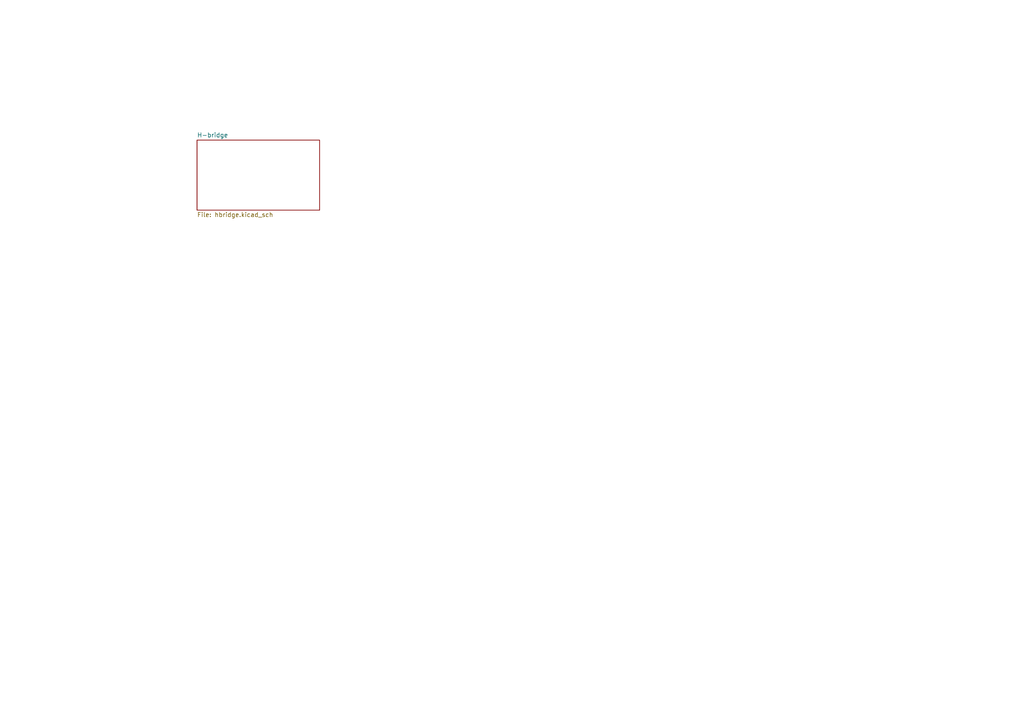
<source format=kicad_sch>
(kicad_sch (version 20230121) (generator eeschema)
  (paper "A4")
  (lib_symbols)
  (sheet (at 57.15 40.64) (size 35.56 20.32) (stroke (width 0.1524))
    (property "Sheetname" "H-bridge" (at 57.15 39.9284 0) (effects (justify left bottom)))
    (property "Sheetfile" "hbridge.kicad_sch" (at 57.15 61.5446 0) (effects (justify left top)))
  )
)
</source>
